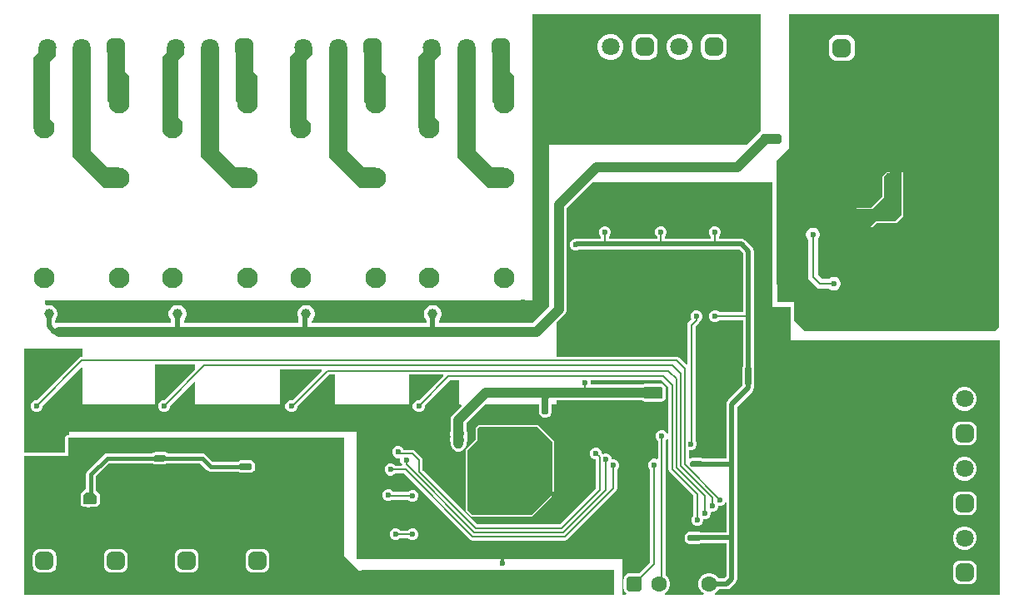
<source format=gbl>
G04*
G04 #@! TF.GenerationSoftware,Altium Limited,Altium Designer,21.2.1 (34)*
G04*
G04 Layer_Physical_Order=2*
G04 Layer_Color=16711680*
%FSLAX24Y24*%
%MOIN*%
G70*
G04*
G04 #@! TF.SameCoordinates,093661B1-31BE-42CD-8BD9-57EC7F8E6B73*
G04*
G04*
G04 #@! TF.FilePolarity,Positive*
G04*
G01*
G75*
%ADD12C,0.0079*%
%ADD90C,0.0118*%
%ADD91C,0.0394*%
%ADD92C,0.0157*%
%ADD93C,0.0197*%
%ADD94C,0.0709*%
G04:AMPARAMS|DCode=95|XSize=70.9mil|YSize=70.9mil|CornerRadius=17.7mil|HoleSize=0mil|Usage=FLASHONLY|Rotation=180.000|XOffset=0mil|YOffset=0mil|HoleType=Round|Shape=RoundedRectangle|*
%AMROUNDEDRECTD95*
21,1,0.0709,0.0354,0,0,180.0*
21,1,0.0354,0.0709,0,0,180.0*
1,1,0.0354,-0.0177,0.0177*
1,1,0.0354,0.0177,0.0177*
1,1,0.0354,0.0177,-0.0177*
1,1,0.0354,-0.0177,-0.0177*
%
%ADD95ROUNDEDRECTD95*%
%ADD96C,0.0827*%
G04:AMPARAMS|DCode=97|XSize=70.9mil|YSize=70.9mil|CornerRadius=17.7mil|HoleSize=0mil|Usage=FLASHONLY|Rotation=90.000|XOffset=0mil|YOffset=0mil|HoleType=Round|Shape=RoundedRectangle|*
%AMROUNDEDRECTD97*
21,1,0.0709,0.0354,0,0,90.0*
21,1,0.0354,0.0709,0,0,90.0*
1,1,0.0354,0.0177,0.0177*
1,1,0.0354,0.0177,-0.0177*
1,1,0.0354,-0.0177,-0.0177*
1,1,0.0354,-0.0177,0.0177*
%
%ADD97ROUNDEDRECTD97*%
%ADD98C,0.0630*%
G04:AMPARAMS|DCode=99|XSize=63mil|YSize=63mil|CornerRadius=15.7mil|HoleSize=0mil|Usage=FLASHONLY|Rotation=0.000|XOffset=0mil|YOffset=0mil|HoleType=Round|Shape=RoundedRectangle|*
%AMROUNDEDRECTD99*
21,1,0.0630,0.0315,0,0,0.0*
21,1,0.0315,0.0630,0,0,0.0*
1,1,0.0315,0.0157,-0.0157*
1,1,0.0315,-0.0157,-0.0157*
1,1,0.0315,-0.0157,0.0157*
1,1,0.0315,0.0157,0.0157*
%
%ADD99ROUNDEDRECTD99*%
%ADD100C,0.0236*%
%ADD101C,0.0394*%
G36*
X19591Y45772D02*
Y44732D01*
X19768Y44555D01*
Y43473D01*
X19760Y43465D01*
X18972D01*
X18882Y43555D01*
Y45787D01*
X19591Y45772D01*
D02*
G37*
G36*
X14461D02*
Y44732D01*
X14638Y44555D01*
Y43473D01*
X14630Y43465D01*
X13843D01*
X13752Y43555D01*
Y45787D01*
X14461Y45772D01*
D02*
G37*
G36*
X9331D02*
Y44732D01*
X9508Y44555D01*
Y43473D01*
X9500Y43465D01*
X8713D01*
X8622Y43555D01*
Y45787D01*
X9331Y45772D01*
D02*
G37*
G36*
X4201D02*
Y44732D01*
X4378Y44555D01*
Y43473D01*
X4371Y43465D01*
X3583D01*
X3492Y43555D01*
Y45787D01*
X4201Y45772D01*
D02*
G37*
G36*
X16823Y45736D02*
X16823Y45415D01*
X16804Y45396D01*
X16585Y45177D01*
Y42976D01*
X16584Y42900D01*
X16766Y42717D01*
Y42497D01*
X16761Y42492D01*
X15937D01*
Y45336D01*
X16118Y45517D01*
Y45736D01*
X16823Y45736D01*
D02*
G37*
G36*
X6567Y45418D02*
X6545Y45396D01*
X6326Y45177D01*
Y42976D01*
X6324Y42900D01*
X6506Y42717D01*
Y42497D01*
X6501Y42492D01*
X5680D01*
Y45339D01*
X5862Y45521D01*
Y45736D01*
X6567D01*
X6567Y45418D01*
D02*
G37*
G36*
X11697Y45736D02*
X11697Y45418D01*
X11675Y45396D01*
X11455Y45177D01*
Y42976D01*
X11452Y42839D01*
X11636Y42655D01*
X11636Y42497D01*
X11604Y42465D01*
X10807D01*
Y45336D01*
X10984Y45513D01*
Y45736D01*
X11697Y45736D01*
D02*
G37*
G36*
X1439Y45696D02*
Y45387D01*
X1408Y45357D01*
X1189Y45138D01*
Y42937D01*
X1187Y42860D01*
X1370Y42678D01*
Y42458D01*
X1365Y42453D01*
X543D01*
Y45299D01*
X732Y45488D01*
Y45697D01*
X1439D01*
X1439Y45696D01*
D02*
G37*
G36*
X30449Y42185D02*
Y41925D01*
X30366Y41843D01*
X29717D01*
X29630Y41929D01*
Y42165D01*
X29697Y42232D01*
X30402D01*
X30449Y42185D01*
D02*
G37*
G36*
X18213Y45726D02*
Y41594D01*
X18892Y40914D01*
X19343D01*
X19350Y40906D01*
Y40078D01*
X18740D01*
X17492Y41326D01*
Y45728D01*
X18215D01*
X18213Y45726D01*
D02*
G37*
G36*
X13083D02*
Y41594D01*
X13763Y40914D01*
X14213D01*
X14220Y40906D01*
Y40078D01*
X13610D01*
X12362Y41326D01*
Y45728D01*
X13085D01*
X13083Y45726D01*
D02*
G37*
G36*
X7953D02*
Y41594D01*
X8633Y40914D01*
X9083D01*
X9091Y40906D01*
Y40078D01*
X8480D01*
X7232Y41326D01*
Y45728D01*
X7955D01*
X7953Y45726D01*
D02*
G37*
G36*
X2823Y45722D02*
Y41591D01*
X3503Y40911D01*
X3953D01*
X3961Y40903D01*
Y40075D01*
X3350D01*
X2102Y41323D01*
Y45724D01*
X2825D01*
X2823Y45722D01*
D02*
G37*
G36*
X29630Y42377D02*
X29583Y42346D01*
X29516Y42279D01*
X29482Y42227D01*
X29477Y42203D01*
X29101Y41827D01*
X21150Y41827D01*
Y35337D01*
X20498Y34684D01*
X16766D01*
Y34792D01*
X16791Y34818D01*
X16838Y34899D01*
X16862Y34989D01*
Y35082D01*
X16838Y35172D01*
X16791Y35253D01*
X16725Y35319D01*
X16645Y35366D01*
X16555Y35390D01*
X16461D01*
X16371Y35366D01*
X16290Y35319D01*
X16224Y35253D01*
X16178Y35172D01*
X16154Y35082D01*
Y34989D01*
X16178Y34899D01*
X16224Y34818D01*
X16250Y34792D01*
Y34684D01*
X11660D01*
Y34750D01*
X11662Y34752D01*
X11728Y34818D01*
X11775Y34899D01*
X11799Y34989D01*
Y35082D01*
X11775Y35172D01*
X11728Y35253D01*
X11662Y35319D01*
X11582Y35366D01*
X11492Y35390D01*
X11398D01*
X11308Y35366D01*
X11227Y35319D01*
X11161Y35253D01*
X11115Y35172D01*
X11091Y35082D01*
Y34989D01*
X11115Y34899D01*
X11143Y34849D01*
Y34684D01*
X6553D01*
Y34792D01*
X6579Y34818D01*
X6625Y34899D01*
X6650Y34989D01*
Y35082D01*
X6625Y35172D01*
X6579Y35253D01*
X6513Y35319D01*
X6432Y35366D01*
X6342Y35390D01*
X6249D01*
X6159Y35366D01*
X6078Y35319D01*
X6012Y35253D01*
X5965Y35172D01*
X5941Y35082D01*
Y34989D01*
X5965Y34899D01*
X6012Y34818D01*
X6037Y34792D01*
Y34684D01*
X1559D01*
X1467Y34672D01*
X1445Y34663D01*
X1404Y34691D01*
Y34792D01*
X1429Y34818D01*
X1476Y34899D01*
X1500Y34989D01*
Y35082D01*
X1476Y35172D01*
X1429Y35253D01*
X1363Y35319D01*
X1282Y35366D01*
X1192Y35390D01*
X1099D01*
X1050Y35377D01*
X1000Y35415D01*
Y35594D01*
X20500D01*
Y47033D01*
X29630D01*
Y42377D01*
D02*
G37*
G36*
X39159Y34525D02*
X38988Y34354D01*
X31390D01*
X30976Y34768D01*
Y35512D01*
X30287D01*
Y36213D01*
X30276Y36224D01*
Y41181D01*
X30764Y41657D01*
Y47033D01*
X39159D01*
Y34525D01*
D02*
G37*
G36*
X29189Y32906D02*
X29220D01*
X29256Y32870D01*
Y32232D01*
X29232Y32209D01*
X29032D01*
X29008Y32232D01*
Y32866D01*
X29047Y32906D01*
X29133D01*
X29189Y32906D01*
D02*
G37*
G36*
X25709Y32051D02*
X25709Y31685D01*
X25665Y31642D01*
X25000D01*
X24921Y31720D01*
X24921Y31996D01*
Y32043D01*
X25000Y32122D01*
X25638D01*
X25709Y32051D01*
D02*
G37*
G36*
X21179Y31697D02*
X21180Y31696D01*
Y31696D01*
X21134Y31650D01*
Y31079D01*
X21063Y31008D01*
X20943D01*
X20870Y31081D01*
X20870Y31098D01*
X20870Y31649D01*
X20822Y31697D01*
X21164D01*
X21179Y31697D01*
D02*
G37*
G36*
X2496Y33326D02*
X2477D01*
X2416Y33314D01*
X2364Y33279D01*
X2364Y33279D01*
X659Y31574D01*
X603D01*
X516Y31538D01*
X449Y31472D01*
X413Y31385D01*
Y31291D01*
X449Y31204D01*
X516Y31138D01*
X603Y31102D01*
X697D01*
X783Y31138D01*
X850Y31204D01*
X886Y31291D01*
Y31347D01*
X2450Y32911D01*
X2496Y32892D01*
Y31402D01*
X5398D01*
Y33005D01*
X7000D01*
Y32818D01*
X5757Y31575D01*
X5701D01*
X5614Y31539D01*
X5548Y31472D01*
X5512Y31386D01*
Y31292D01*
X5548Y31205D01*
X5614Y31138D01*
X5701Y31102D01*
X5795D01*
X5882Y31138D01*
X5948Y31205D01*
X5984Y31292D01*
Y31348D01*
X6954Y32317D01*
X7000Y32298D01*
Y31402D01*
X10400D01*
Y32804D01*
X12059D01*
X12078Y32758D01*
X10894Y31574D01*
X10894Y31574D01*
X10800D01*
X10713Y31538D01*
X10647Y31472D01*
X10611Y31385D01*
Y31291D01*
X10647Y31204D01*
X10713Y31138D01*
X10800Y31102D01*
X10894D01*
X10981Y31138D01*
X11047Y31204D01*
X11083Y31291D01*
Y31309D01*
X12374Y32599D01*
X12610D01*
X12610Y31402D01*
X15550D01*
X15550Y32599D01*
X16918D01*
X16937Y32553D01*
X15956Y31572D01*
X15900D01*
X15813Y31536D01*
X15746Y31469D01*
X15710Y31382D01*
Y31288D01*
X15746Y31202D01*
X15813Y31135D01*
X15900Y31099D01*
X15994D01*
X16081Y31135D01*
X16147Y31202D01*
X16183Y31288D01*
Y31345D01*
X17209Y32371D01*
X17563D01*
Y31402D01*
X17639D01*
X17658Y31355D01*
X17319Y31016D01*
X17268Y30950D01*
X17236Y30874D01*
X17226Y30791D01*
Y30353D01*
X17197Y30283D01*
Y30189D01*
X17226Y30120D01*
Y30120D01*
X17193Y30041D01*
Y29947D01*
X17226Y29869D01*
Y29856D01*
X17226Y29853D01*
Y29815D01*
X17235Y29769D01*
X17265Y29698D01*
X17291Y29659D01*
X17345Y29605D01*
X17384Y29578D01*
X17399Y29572D01*
X17410Y29561D01*
X17497Y29525D01*
X17591D01*
X17678Y29561D01*
X17694Y29577D01*
X17702Y29581D01*
X17715Y29590D01*
X17738Y29606D01*
X17748Y29616D01*
X17768Y29631D01*
X17783Y29651D01*
X17795Y29662D01*
X17813Y29689D01*
X17818Y29697D01*
X17820Y29700D01*
X17821Y29701D01*
X17851Y29775D01*
X17861Y29821D01*
Y29846D01*
X17875Y29860D01*
X17911Y29947D01*
Y30041D01*
X17879Y30117D01*
X17909Y30189D01*
Y30283D01*
X17873Y30370D01*
X17861Y30383D01*
Y30660D01*
X18603Y31402D01*
X20750Y31402D01*
X20750Y31098D01*
X20750Y31081D01*
X20750Y31081D01*
X20750Y31081D01*
X20754Y31059D01*
X20759Y31035D01*
X20759Y31035D01*
X20759Y31035D01*
X20772Y31015D01*
X20785Y30996D01*
X20785Y30996D01*
X20785Y30996D01*
X20858Y30923D01*
X20858Y30923D01*
X20897Y30897D01*
X20943Y30887D01*
X20943Y30887D01*
X21063D01*
X21063Y30887D01*
X21109Y30897D01*
X21148Y30923D01*
X21148Y30923D01*
X21219Y30994D01*
X21245Y31033D01*
X21254Y31079D01*
X21254Y31079D01*
Y31402D01*
X21476D01*
Y31572D01*
X24899D01*
X24915Y31557D01*
X24915Y31557D01*
X24954Y31530D01*
X25000Y31521D01*
X25000Y31521D01*
X25665D01*
X25665Y31521D01*
X25711Y31530D01*
X25751Y31557D01*
X25751Y31557D01*
X25794Y31600D01*
X25820Y31639D01*
X25829Y31685D01*
X25829Y31685D01*
X25829Y32051D01*
X25829Y32051D01*
X25820Y32097D01*
X25796Y32132D01*
X25792Y32144D01*
X25725Y32211D01*
X25706Y32219D01*
X25684Y32233D01*
X25658Y32238D01*
X25638Y32247D01*
X25544D01*
X25534Y32242D01*
X25385D01*
X25375Y32247D01*
X25281D01*
X25271Y32242D01*
X25121D01*
X25111Y32247D01*
X25017D01*
X25007Y32242D01*
X25000D01*
X25000Y32242D01*
X24954Y32233D01*
X24915Y32207D01*
X22834D01*
X22815Y32236D01*
Y32330D01*
X22842Y32371D01*
X25670D01*
X25938Y32103D01*
Y30240D01*
X25888Y30231D01*
X25873Y30266D01*
X25807Y30332D01*
X25720Y30368D01*
X25626D01*
X25539Y30332D01*
X25473Y30266D01*
X25437Y30179D01*
Y30085D01*
X25473Y29998D01*
X25512Y29958D01*
Y29233D01*
X25462Y29203D01*
X25401Y29229D01*
X25307D01*
X25220Y29193D01*
X25154Y29126D01*
X25118Y29040D01*
Y28946D01*
X25154Y28859D01*
X25193Y28819D01*
Y25062D01*
X24777Y24646D01*
X24732Y24652D01*
X24417D01*
X24345Y24643D01*
X24278Y24615D01*
X24221Y24571D01*
X24177Y24513D01*
X24149Y24446D01*
X24139Y24374D01*
Y24059D01*
X24149Y23987D01*
X24177Y23920D01*
X24221Y23863D01*
X24246Y23843D01*
X24229Y23793D01*
X24079D01*
Y25213D01*
X13461D01*
Y30307D01*
X1949D01*
Y30195D01*
X1921D01*
X1875Y30186D01*
X1836Y30160D01*
X1810Y30121D01*
X1801Y30075D01*
Y29475D01*
X171D01*
Y33650D01*
X2496D01*
Y33326D01*
D02*
G37*
G36*
X17740Y30240D02*
Y29861D01*
Y29821D01*
X17710Y29748D01*
X17653Y29691D01*
X17579Y29660D01*
X17501D01*
X17430Y29690D01*
X17376Y29744D01*
X17346Y29815D01*
Y29853D01*
Y30264D01*
X17717D01*
X17740Y30240D01*
D02*
G37*
G36*
X28382Y28898D02*
X28331Y28949D01*
Y29091D01*
X28382Y29142D01*
Y28898D01*
D02*
G37*
G36*
X27315Y29071D02*
Y28957D01*
X27256Y28898D01*
X26854D01*
X26803Y28949D01*
Y29081D01*
X26866Y29144D01*
X27242D01*
X27315Y29071D01*
D02*
G37*
G36*
X25938Y30023D02*
Y28818D01*
X25938Y28818D01*
X25950Y28756D01*
X25985Y28704D01*
X26930Y27759D01*
Y26958D01*
X26891Y26919D01*
X26855Y26832D01*
Y26738D01*
X26891Y26651D01*
X26957Y26585D01*
X27044Y26549D01*
X27138D01*
X27225Y26585D01*
X27291Y26651D01*
X27327Y26738D01*
Y26801D01*
X27348Y26815D01*
X27442D01*
X27529Y26851D01*
X27595Y26917D01*
X27631Y27004D01*
Y27054D01*
X27646Y27099D01*
X27678Y27100D01*
X27740D01*
X27827Y27136D01*
X27893Y27203D01*
X27929Y27289D01*
Y27342D01*
X27947Y27354D01*
X28041D01*
X28128Y27390D01*
X28195Y27456D01*
X28202Y27473D01*
X28252Y27463D01*
Y26283D01*
X27211D01*
X27180Y26304D01*
X27134Y26313D01*
X27134Y26313D01*
X26764D01*
X26764Y26313D01*
X26718Y26304D01*
X26679Y26278D01*
X26679Y26278D01*
X26624Y26223D01*
X26597Y26184D01*
X26588Y26138D01*
X26588Y26138D01*
Y26004D01*
X26597Y25958D01*
X26624Y25919D01*
X26686Y25856D01*
X26726Y25830D01*
X26772Y25821D01*
X26772Y25821D01*
X27150D01*
X27150Y25821D01*
X27196Y25830D01*
X27214Y25842D01*
X28252D01*
Y24517D01*
X28172Y24437D01*
X27947D01*
X27921Y24482D01*
X27841Y24563D01*
X27742Y24620D01*
X27632Y24650D01*
X27518D01*
X27408Y24620D01*
X27309Y24563D01*
X27228Y24482D01*
X27171Y24384D01*
X27142Y24274D01*
Y24160D01*
X27171Y24049D01*
X27228Y23951D01*
X27309Y23870D01*
X27355Y23843D01*
X27341Y23793D01*
X25808D01*
X25795Y23843D01*
X25841Y23870D01*
X25921Y23951D01*
X25978Y24049D01*
X26008Y24160D01*
Y24274D01*
X25978Y24384D01*
X25921Y24482D01*
X25841Y24563D01*
X25834Y24567D01*
Y29958D01*
X25873Y29998D01*
X25888Y30033D01*
X25938Y30023D01*
D02*
G37*
G36*
X27189Y26138D02*
Y25980D01*
X27150Y25941D01*
X26772D01*
X26709Y26004D01*
Y26138D01*
X26764Y26193D01*
X27134D01*
X27189Y26138D01*
D02*
G37*
G36*
X30098Y35315D02*
X30807D01*
X30816Y35306D01*
Y34768D01*
X30816Y34768D01*
X30823Y34732D01*
Y33965D01*
X39199D01*
Y23793D01*
X27808D01*
X27795Y23843D01*
X27841Y23870D01*
X27921Y23951D01*
X27947Y23996D01*
X28264D01*
X28348Y24013D01*
X28420Y24060D01*
X28629Y24269D01*
X28676Y24341D01*
X28693Y24425D01*
Y26051D01*
Y28988D01*
Y31322D01*
X29290Y31919D01*
X29338Y31990D01*
X29355Y32075D01*
Y32167D01*
X29367Y32186D01*
X29376Y32232D01*
X29376Y32232D01*
Y32870D01*
X29367Y32916D01*
X29355Y32935D01*
Y34941D01*
Y37555D01*
X29338Y37640D01*
X29290Y37711D01*
X29010Y37991D01*
X28939Y38039D01*
X28854Y38055D01*
X27948D01*
Y38138D01*
X27988Y38177D01*
X28024Y38264D01*
Y38358D01*
X27988Y38445D01*
X27921Y38511D01*
X27834Y38547D01*
X27740D01*
X27654Y38511D01*
X27587Y38445D01*
X27551Y38358D01*
Y38264D01*
X27587Y38177D01*
X27627Y38138D01*
Y38055D01*
X25802D01*
Y38138D01*
X25842Y38177D01*
X25878Y38264D01*
Y38358D01*
X25842Y38445D01*
X25776Y38511D01*
X25689Y38547D01*
X25595D01*
X25508Y38511D01*
X25441Y38445D01*
X25406Y38358D01*
Y38264D01*
X25441Y38177D01*
X25481Y38138D01*
Y38055D01*
X23554D01*
Y38138D01*
X23594Y38177D01*
X23630Y38264D01*
Y38358D01*
X23594Y38445D01*
X23528Y38511D01*
X23441Y38547D01*
X23347D01*
X23260Y38511D01*
X23193Y38445D01*
X23157Y38358D01*
Y38264D01*
X23193Y38177D01*
X23233Y38138D01*
Y38055D01*
X22252D01*
X22231Y38051D01*
X22185D01*
X22098Y38015D01*
X22032Y37949D01*
X21996Y37862D01*
Y37768D01*
X22032Y37681D01*
X22098Y37615D01*
X22185Y37579D01*
X22279D01*
X22364Y37614D01*
X28763D01*
X28913Y37464D01*
Y35113D01*
X27985D01*
X27945Y35153D01*
X27858Y35189D01*
X27764D01*
X27677Y35153D01*
X27611Y35087D01*
X27575Y35000D01*
Y34906D01*
X27611Y34819D01*
X27677Y34752D01*
X27764Y34717D01*
X27858D01*
X27945Y34752D01*
X27985Y34792D01*
X28913D01*
Y32937D01*
X28897Y32912D01*
X28887Y32866D01*
X28887Y32866D01*
Y32232D01*
X28887Y32232D01*
X28897Y32186D01*
X28911Y32164D01*
X28316Y31569D01*
X28268Y31498D01*
X28252Y31413D01*
Y29240D01*
X27311D01*
X27288Y29255D01*
X27242Y29265D01*
X27242Y29265D01*
X26866D01*
X26866Y29265D01*
X26820Y29255D01*
X26797Y29240D01*
X26748Y29262D01*
X26747Y29262D01*
Y29571D01*
X26776Y29591D01*
X26870D01*
X26957Y29627D01*
X27023Y29693D01*
X27059Y29780D01*
Y29874D01*
X27023Y29961D01*
X27015Y29969D01*
Y34524D01*
X27169Y34678D01*
X27169Y34678D01*
X27203Y34730D01*
X27208Y34752D01*
X27255Y34799D01*
X27291Y34886D01*
Y34980D01*
X27255Y35067D01*
X27189Y35133D01*
X27102Y35169D01*
X27008D01*
X26921Y35133D01*
X26855Y35067D01*
X26819Y34980D01*
Y34886D01*
X26849Y34813D01*
X26741Y34704D01*
X26706Y34652D01*
X26694Y34591D01*
X26694Y34591D01*
Y33028D01*
X26648Y33009D01*
X26378Y33279D01*
X26326Y33314D01*
X26264Y33326D01*
X26264Y33326D01*
X21476D01*
Y34708D01*
X21772Y35004D01*
X21822Y35070D01*
X21854Y35146D01*
X21865Y35228D01*
Y39278D01*
X22898Y40311D01*
X30098D01*
Y35315D01*
D02*
G37*
G36*
X12961Y25346D02*
X13547Y24760D01*
X13724Y24768D01*
X23772D01*
Y23793D01*
X171D01*
Y29354D01*
X1921D01*
Y30075D01*
X12961D01*
Y25346D01*
D02*
G37*
%LPC*%
G36*
X26445Y46248D02*
X26311D01*
X26180Y46213D01*
X26064Y46146D01*
X25968Y46050D01*
X25901Y45934D01*
X25866Y45804D01*
Y45669D01*
X25901Y45539D01*
X25968Y45422D01*
X26064Y45327D01*
X26180Y45259D01*
X26311Y45224D01*
X26445D01*
X26576Y45259D01*
X26692Y45327D01*
X26788Y45422D01*
X26855Y45539D01*
X26890Y45669D01*
Y45804D01*
X26855Y45934D01*
X26788Y46050D01*
X26692Y46146D01*
X26576Y46213D01*
X26445Y46248D01*
D02*
G37*
G36*
X23682D02*
X23547D01*
X23417Y46213D01*
X23300Y46146D01*
X23205Y46050D01*
X23137Y45934D01*
X23102Y45804D01*
Y45669D01*
X23137Y45539D01*
X23205Y45422D01*
X23300Y45327D01*
X23417Y45259D01*
X23547Y45224D01*
X23682D01*
X23812Y45259D01*
X23928Y45327D01*
X24024Y45422D01*
X24091Y45539D01*
X24126Y45669D01*
Y45804D01*
X24091Y45934D01*
X24024Y46050D01*
X23928Y46146D01*
X23812Y46213D01*
X23682Y46248D01*
D02*
G37*
G36*
X27933Y46251D02*
X27579D01*
X27491Y46239D01*
X27410Y46206D01*
X27340Y46152D01*
X27286Y46082D01*
X27253Y46001D01*
X27241Y45913D01*
Y45559D01*
X27253Y45472D01*
X27286Y45390D01*
X27340Y45320D01*
X27410Y45267D01*
X27491Y45233D01*
X27579Y45222D01*
X27933D01*
X28020Y45233D01*
X28102Y45267D01*
X28172Y45320D01*
X28225Y45390D01*
X28259Y45472D01*
X28271Y45559D01*
Y45913D01*
X28259Y46001D01*
X28225Y46082D01*
X28172Y46152D01*
X28102Y46206D01*
X28020Y46239D01*
X27933Y46251D01*
D02*
G37*
G36*
X25169D02*
X24815D01*
X24728Y46239D01*
X24646Y46206D01*
X24576Y46152D01*
X24523Y46082D01*
X24489Y46001D01*
X24477Y45913D01*
Y45559D01*
X24489Y45472D01*
X24523Y45390D01*
X24576Y45320D01*
X24646Y45267D01*
X24728Y45233D01*
X24815Y45222D01*
X25169D01*
X25257Y45233D01*
X25338Y45267D01*
X25408Y45320D01*
X25462Y45390D01*
X25495Y45472D01*
X25507Y45559D01*
Y45913D01*
X25495Y46001D01*
X25462Y46082D01*
X25408Y46152D01*
X25338Y46206D01*
X25257Y46239D01*
X25169Y46251D01*
D02*
G37*
G36*
X33055Y46208D02*
X32701D01*
X32613Y46196D01*
X32532Y46162D01*
X32462Y46109D01*
X32408Y46039D01*
X32375Y45957D01*
X32363Y45870D01*
Y45516D01*
X32375Y45428D01*
X32408Y45347D01*
X32462Y45277D01*
X32532Y45223D01*
X32613Y45190D01*
X32701Y45178D01*
X33055D01*
X33142Y45190D01*
X33224Y45223D01*
X33294Y45277D01*
X33347Y45347D01*
X33381Y45428D01*
X33393Y45516D01*
Y45870D01*
X33381Y45957D01*
X33347Y46039D01*
X33294Y46109D01*
X33224Y46162D01*
X33142Y46196D01*
X33055Y46208D01*
D02*
G37*
G36*
X34775Y40705D02*
X34657Y40705D01*
X34657D01*
X34646Y40705D01*
X34500Y40559D01*
Y39736D01*
X34051Y39287D01*
X33453D01*
Y39232D01*
X34083D01*
X34559Y39709D01*
X34559Y40545D01*
X34669Y40655D01*
X34677Y40663D01*
X34755Y40663D01*
X34755Y40663D01*
X34799Y40705D01*
X34775Y40705D01*
D02*
G37*
G36*
X35335Y40701D02*
X35259Y40701D01*
X35260Y40699D01*
Y38985D01*
X35008Y38732D01*
X34228D01*
X34024Y38528D01*
X34126D01*
X34268Y38669D01*
X35063D01*
X35335Y38941D01*
Y40701D01*
D02*
G37*
G36*
X31753Y38484D02*
X31680D01*
X31610Y38465D01*
X31547Y38429D01*
X31496Y38378D01*
X31460Y38315D01*
X31441Y38245D01*
Y38172D01*
X31460Y38102D01*
X31496Y38039D01*
X31516Y38020D01*
Y36520D01*
X31531Y36443D01*
X31575Y36378D01*
X31852Y36100D01*
X31917Y36057D01*
X31994Y36041D01*
X32364D01*
X32384Y36022D01*
X32447Y35985D01*
X32517Y35967D01*
X32589D01*
X32660Y35985D01*
X32722Y36022D01*
X32774Y36073D01*
X32810Y36136D01*
X32829Y36206D01*
Y36278D01*
X32810Y36349D01*
X32774Y36411D01*
X32722Y36463D01*
X32660Y36499D01*
X32589Y36518D01*
X32517D01*
X32447Y36499D01*
X32384Y36463D01*
X32364Y36443D01*
X32077D01*
X31917Y36603D01*
Y38020D01*
X31937Y38039D01*
X31973Y38102D01*
X31992Y38172D01*
Y38245D01*
X31973Y38315D01*
X31937Y38378D01*
X31886Y38429D01*
X31823Y38465D01*
X31753Y38484D01*
D02*
G37*
G36*
X15162Y29733D02*
X15068D01*
X14981Y29697D01*
X14915Y29630D01*
X14879Y29544D01*
Y29450D01*
X14915Y29363D01*
X14981Y29296D01*
X15068Y29260D01*
X15162D01*
X15174Y29265D01*
X15208Y29232D01*
X15211Y29222D01*
Y29128D01*
X15247Y29041D01*
X15280Y29008D01*
X15275Y28983D01*
X15255Y28958D01*
X14994D01*
X14954Y28998D01*
X14867Y29034D01*
X14773D01*
X14687Y28998D01*
X14620Y28931D01*
X14584Y28845D01*
Y28751D01*
X14620Y28664D01*
X14687Y28597D01*
X14773Y28561D01*
X14867D01*
X14954Y28597D01*
X14994Y28637D01*
X15358D01*
X17986Y26009D01*
X17986Y26009D01*
X18039Y25974D01*
X18100Y25961D01*
X21800D01*
X21800Y25961D01*
X21861Y25974D01*
X21914Y26009D01*
X23837Y27932D01*
X23872Y27984D01*
X23884Y28046D01*
X23884Y28046D01*
Y28800D01*
X23924Y28840D01*
X23960Y28926D01*
Y29020D01*
X23924Y29107D01*
X23858Y29174D01*
X23771Y29210D01*
X23677D01*
X23662Y29219D01*
Y29262D01*
X23626Y29349D01*
X23560Y29416D01*
X23473Y29452D01*
X23379D01*
X23315Y29425D01*
X23273Y29458D01*
Y29499D01*
X23237Y29585D01*
X23170Y29652D01*
X23083Y29688D01*
X22989D01*
X22903Y29652D01*
X22836Y29585D01*
X22800Y29499D01*
Y29405D01*
X22836Y29318D01*
X22903Y29251D01*
X22989Y29215D01*
X23029D01*
Y29117D01*
X23029Y29117D01*
X23039Y29066D01*
Y28034D01*
X21603Y26598D01*
X18297D01*
X16111Y28784D01*
Y29172D01*
X16098Y29233D01*
X16064Y29286D01*
X16064Y29286D01*
X15806Y29543D01*
X15754Y29577D01*
X15693Y29590D01*
X15693Y29590D01*
X15332D01*
X15315Y29630D01*
X15249Y29697D01*
X15162Y29733D01*
D02*
G37*
G36*
X20702Y30571D02*
X18365D01*
X18324Y30571D01*
X18317Y30564D01*
X18231Y30478D01*
X18231Y30009D01*
X17835Y29613D01*
Y27137D01*
X18050Y26922D01*
X20485Y26922D01*
X21267Y27705D01*
X21267Y27789D01*
X20463Y26985D01*
X18087D01*
X17900Y27172D01*
Y29572D01*
X18300Y29972D01*
X18300Y30455D01*
X18366Y30521D01*
X18367Y30522D01*
X20700Y30522D01*
X20701Y30521D01*
X21300Y29922D01*
Y27922D01*
X21307Y27915D01*
X21365D01*
Y27988D01*
X21365Y27988D01*
Y29934D01*
X20746Y30553D01*
X20728Y30571D01*
X20702Y30571D01*
D02*
G37*
G36*
X14785Y28016D02*
X14691D01*
X14604Y27980D01*
X14538Y27914D01*
X14502Y27827D01*
Y27733D01*
X14538Y27646D01*
X14604Y27580D01*
X14691Y27544D01*
X14785D01*
X14872Y27580D01*
X14887Y27595D01*
X15527D01*
X15567Y27556D01*
X15654Y27520D01*
X15748D01*
X15835Y27556D01*
X15901Y27622D01*
X15937Y27709D01*
Y27803D01*
X15901Y27890D01*
X15835Y27956D01*
X15748Y27992D01*
X15654D01*
X15567Y27956D01*
X15527Y27916D01*
X14936D01*
X14872Y27980D01*
X14785Y28016D01*
D02*
G37*
G36*
X15069Y26458D02*
X14975D01*
X14888Y26422D01*
X14821Y26356D01*
X14785Y26269D01*
Y26175D01*
X14821Y26088D01*
X14888Y26022D01*
X14975Y25986D01*
X15069D01*
X15155Y26022D01*
X15174Y26040D01*
X15527D01*
X15567Y26001D01*
X15654Y25965D01*
X15748D01*
X15835Y26001D01*
X15901Y26067D01*
X15937Y26154D01*
Y26248D01*
X15901Y26335D01*
X15835Y26401D01*
X15748Y26437D01*
X15654D01*
X15567Y26401D01*
X15527Y26361D01*
X15216D01*
X15155Y26422D01*
X15069Y26458D01*
D02*
G37*
G36*
X37846Y32102D02*
X37721D01*
X37601Y32070D01*
X37493Y32008D01*
X37405Y31920D01*
X37343Y31812D01*
X37311Y31692D01*
Y31568D01*
X37343Y31448D01*
X37405Y31340D01*
X37493Y31252D01*
X37601Y31190D01*
X37721Y31157D01*
X37846D01*
X37966Y31190D01*
X38074Y31252D01*
X38162Y31340D01*
X38224Y31448D01*
X38256Y31568D01*
Y31692D01*
X38224Y31812D01*
X38162Y31920D01*
X38074Y32008D01*
X37966Y32070D01*
X37846Y32102D01*
D02*
G37*
G36*
X37961Y30727D02*
X37606D01*
X37529Y30717D01*
X37457Y30687D01*
X37396Y30640D01*
X37348Y30578D01*
X37319Y30506D01*
X37308Y30429D01*
Y30075D01*
X37319Y29998D01*
X37348Y29926D01*
X37396Y29864D01*
X37457Y29817D01*
X37529Y29787D01*
X37606Y29777D01*
X37961D01*
X38038Y29787D01*
X38110Y29817D01*
X38171Y29864D01*
X38219Y29926D01*
X38248Y29998D01*
X38258Y30075D01*
Y30429D01*
X38248Y30506D01*
X38219Y30578D01*
X38171Y30640D01*
X38110Y30687D01*
X38038Y30717D01*
X37961Y30727D01*
D02*
G37*
G36*
X37850Y29303D02*
X37725D01*
X37605Y29271D01*
X37497Y29209D01*
X37409Y29121D01*
X37347Y29013D01*
X37315Y28893D01*
Y28769D01*
X37347Y28648D01*
X37409Y28541D01*
X37497Y28453D01*
X37605Y28390D01*
X37725Y28358D01*
X37850D01*
X37970Y28390D01*
X38077Y28453D01*
X38165Y28541D01*
X38228Y28648D01*
X38260Y28769D01*
Y28893D01*
X38228Y29013D01*
X38165Y29121D01*
X38077Y29209D01*
X37970Y29271D01*
X37850Y29303D01*
D02*
G37*
G36*
X37965Y27928D02*
X37610D01*
X37533Y27918D01*
X37461Y27888D01*
X37400Y27841D01*
X37352Y27779D01*
X37323Y27707D01*
X37312Y27630D01*
Y27276D01*
X37323Y27199D01*
X37352Y27127D01*
X37400Y27065D01*
X37461Y27018D01*
X37533Y26988D01*
X37610Y26978D01*
X37965D01*
X38042Y26988D01*
X38113Y27018D01*
X38175Y27065D01*
X38222Y27127D01*
X38252Y27199D01*
X38262Y27276D01*
Y27630D01*
X38252Y27707D01*
X38222Y27779D01*
X38175Y27841D01*
X38113Y27888D01*
X38042Y27918D01*
X37965Y27928D01*
D02*
G37*
G36*
X37850Y26528D02*
X37725D01*
X37605Y26495D01*
X37497Y26433D01*
X37409Y26345D01*
X37347Y26237D01*
X37315Y26117D01*
Y25993D01*
X37347Y25873D01*
X37409Y25765D01*
X37497Y25677D01*
X37605Y25615D01*
X37725Y25583D01*
X37850D01*
X37970Y25615D01*
X38077Y25677D01*
X38165Y25765D01*
X38228Y25873D01*
X38260Y25993D01*
Y26117D01*
X38228Y26237D01*
X38165Y26345D01*
X38077Y26433D01*
X37970Y26495D01*
X37850Y26528D01*
D02*
G37*
G36*
X37965Y25152D02*
X37610D01*
X37533Y25142D01*
X37461Y25112D01*
X37400Y25065D01*
X37352Y25003D01*
X37323Y24931D01*
X37312Y24854D01*
Y24500D01*
X37323Y24423D01*
X37352Y24351D01*
X37400Y24289D01*
X37461Y24242D01*
X37533Y24212D01*
X37610Y24202D01*
X37965D01*
X38042Y24212D01*
X38113Y24242D01*
X38175Y24289D01*
X38222Y24351D01*
X38252Y24423D01*
X38262Y24500D01*
Y24854D01*
X38252Y24931D01*
X38222Y25003D01*
X38175Y25065D01*
X38113Y25112D01*
X38042Y25142D01*
X37965Y25152D01*
D02*
G37*
G36*
X5803Y29502D02*
X5803Y29502D01*
X5394D01*
X5394Y29502D01*
X5348Y29493D01*
X5309Y29467D01*
X5309Y29467D01*
X5294Y29453D01*
X3480D01*
X3404Y29437D01*
X3338Y29394D01*
X2701Y28756D01*
X2657Y28691D01*
X2642Y28614D01*
Y28058D01*
X2638Y28010D01*
X2592Y28001D01*
X2553Y27975D01*
X2455Y27877D01*
X2454Y27877D01*
X2454Y27876D01*
X2441Y27857D01*
X2429Y27838D01*
X2428Y27837D01*
X2428Y27837D01*
X2424Y27815D01*
X2419Y27792D01*
X2419Y27791D01*
X2419Y27791D01*
X2421Y27438D01*
X2426Y27415D01*
X2430Y27392D01*
X2431Y27392D01*
X2431Y27392D01*
X2444Y27373D01*
X2457Y27353D01*
X2478Y27332D01*
X2517Y27306D01*
X2563Y27297D01*
X2563Y27297D01*
X2664D01*
X2677Y27291D01*
X2771D01*
X2785Y27297D01*
X3000D01*
X3046Y27306D01*
X3085Y27332D01*
X3085Y27332D01*
X3160Y27407D01*
X3186Y27446D01*
X3195Y27492D01*
X3195Y27492D01*
Y27744D01*
X3186Y27790D01*
X3160Y27829D01*
X3160Y27829D01*
X3043Y27946D01*
Y28531D01*
X3563Y29051D01*
X5294D01*
X5312Y29033D01*
X5352Y29007D01*
X5398Y28998D01*
X5398Y28998D01*
X5744D01*
X5744Y28998D01*
X5790Y29007D01*
X5829Y29033D01*
X5829Y29033D01*
X5848Y29051D01*
X7204D01*
X7477Y28778D01*
X7542Y28735D01*
X7619Y28720D01*
X8744D01*
X8757Y28706D01*
X8796Y28680D01*
X8843Y28671D01*
X8843Y28671D01*
X9224D01*
X9224Y28671D01*
X9270Y28680D01*
X9310Y28706D01*
X9310Y28706D01*
X9357Y28753D01*
X9383Y28793D01*
X9392Y28839D01*
X9392Y28839D01*
Y29000D01*
X9383Y29046D01*
X9357Y29085D01*
X9305Y29137D01*
X9266Y29163D01*
X9220Y29172D01*
X9220Y29172D01*
X8840D01*
X8839Y29172D01*
X8839Y29172D01*
X8831D01*
X8831Y29172D01*
X8785Y29163D01*
X8746Y29137D01*
X8746Y29137D01*
X8730Y29121D01*
X7702D01*
X7429Y29394D01*
X7364Y29437D01*
X7287Y29453D01*
X5903D01*
X5888Y29467D01*
X5849Y29493D01*
X5803Y29502D01*
D02*
G37*
G36*
X9674Y25617D02*
X9319D01*
X9242Y25607D01*
X9170Y25577D01*
X9109Y25529D01*
X9061Y25468D01*
X9032Y25396D01*
X9022Y25319D01*
Y24965D01*
X9032Y24887D01*
X9061Y24816D01*
X9109Y24754D01*
X9170Y24707D01*
X9242Y24677D01*
X9319Y24667D01*
X9674D01*
X9751Y24677D01*
X9823Y24707D01*
X9884Y24754D01*
X9932Y24816D01*
X9961Y24887D01*
X9972Y24965D01*
Y25319D01*
X9961Y25396D01*
X9932Y25468D01*
X9884Y25529D01*
X9823Y25577D01*
X9751Y25607D01*
X9674Y25617D01*
D02*
G37*
G36*
X6839D02*
X6485D01*
X6408Y25607D01*
X6336Y25577D01*
X6274Y25529D01*
X6227Y25468D01*
X6197Y25396D01*
X6187Y25319D01*
Y24965D01*
X6197Y24887D01*
X6227Y24816D01*
X6274Y24754D01*
X6336Y24707D01*
X6408Y24677D01*
X6485Y24667D01*
X6839D01*
X6916Y24677D01*
X6988Y24707D01*
X7050Y24754D01*
X7097Y24816D01*
X7127Y24887D01*
X7137Y24965D01*
Y25319D01*
X7127Y25396D01*
X7097Y25468D01*
X7050Y25529D01*
X6988Y25577D01*
X6916Y25607D01*
X6839Y25617D01*
D02*
G37*
G36*
X4000D02*
X3646D01*
X3569Y25607D01*
X3497Y25577D01*
X3436Y25529D01*
X3388Y25468D01*
X3358Y25396D01*
X3348Y25319D01*
Y24965D01*
X3358Y24887D01*
X3388Y24816D01*
X3436Y24754D01*
X3497Y24707D01*
X3569Y24677D01*
X3646Y24667D01*
X4000D01*
X4078Y24677D01*
X4149Y24707D01*
X4211Y24754D01*
X4258Y24816D01*
X4288Y24887D01*
X4298Y24965D01*
Y25319D01*
X4288Y25396D01*
X4258Y25468D01*
X4211Y25529D01*
X4149Y25577D01*
X4078Y25607D01*
X4000Y25617D01*
D02*
G37*
G36*
X1154D02*
X800D01*
X723Y25607D01*
X651Y25577D01*
X589Y25529D01*
X542Y25468D01*
X512Y25396D01*
X502Y25319D01*
Y24965D01*
X512Y24887D01*
X542Y24816D01*
X589Y24754D01*
X651Y24707D01*
X723Y24677D01*
X800Y24667D01*
X1154D01*
X1231Y24677D01*
X1303Y24707D01*
X1365Y24754D01*
X1412Y24816D01*
X1442Y24887D01*
X1452Y24965D01*
Y25319D01*
X1442Y25396D01*
X1412Y25468D01*
X1365Y25529D01*
X1303Y25577D01*
X1231Y25607D01*
X1154Y25617D01*
D02*
G37*
%LPD*%
G36*
X5839Y29346D02*
Y29213D01*
X5744Y29118D01*
X5398D01*
X5329Y29187D01*
Y29317D01*
X5394Y29382D01*
X5803D01*
X5839Y29346D01*
D02*
G37*
G36*
X8840Y29052D02*
X9220D01*
X9272Y29000D01*
Y28839D01*
X9224Y28791D01*
X8843D01*
X8776Y28858D01*
Y28996D01*
X8831Y29052D01*
X8839D01*
X8840Y29052D01*
D02*
G37*
G36*
X3075Y27744D02*
Y27492D01*
X3000Y27417D01*
X2563D01*
X2542Y27439D01*
X2540Y27792D01*
X2638Y27890D01*
X2929D01*
X3075Y27744D01*
D02*
G37*
D12*
X21670Y26437D02*
X23200Y27967D01*
X18230Y26437D02*
X21670D01*
X15950Y28717D02*
X18230Y26437D01*
X15950Y28717D02*
Y29172D01*
X15693Y29429D02*
X15950Y29172D01*
X15223Y29429D02*
X15693D01*
X15447Y28998D02*
X18165Y26280D01*
X15447Y28998D02*
Y29175D01*
X18165Y26280D02*
X21735D01*
X23426Y27971D01*
X21800Y26122D02*
X23724Y28046D01*
X18100Y26122D02*
X21800D01*
X15424Y28798D02*
X18100Y26122D01*
X14820Y28798D02*
X15424D01*
X15135Y29517D02*
X15223Y29429D01*
X23200Y27967D02*
Y29107D01*
X23036Y29452D02*
X23190Y29298D01*
Y29117D02*
X23200Y29107D01*
X23190Y29117D02*
Y29298D01*
X23426Y27971D02*
Y29215D01*
X23724Y28046D02*
Y28973D01*
X25673Y24315D02*
Y30132D01*
X25575Y24217D02*
X25673Y24315D01*
X25354Y24996D02*
Y28993D01*
X24575Y24217D02*
X25354Y24996D01*
X29122Y34953D02*
X29134Y34941D01*
X27811Y34953D02*
X29122D01*
X27787Y37846D02*
X27799Y37835D01*
X27787Y37846D02*
Y38311D01*
X25642Y37835D02*
Y38311D01*
X25642Y38311D01*
X23378Y37835D02*
X23394Y37850D01*
Y38311D01*
X22232Y37815D02*
X22252Y37835D01*
X22579Y31906D02*
Y32283D01*
Y31906D02*
X22594Y31890D01*
X27055Y34791D02*
Y34933D01*
X26854Y34591D02*
X27055Y34791D01*
X26854Y29858D02*
Y34591D01*
X26823Y29827D02*
X26854Y29858D01*
X31717Y36520D02*
Y38209D01*
Y36520D02*
X31994Y36242D01*
X32553D01*
X15115Y29497D02*
X15135Y29517D01*
X26264Y33165D02*
X26587Y32843D01*
X2477Y33165D02*
X26264D01*
X26587Y28998D02*
Y32843D01*
X25736Y32531D02*
X26098Y32169D01*
Y28818D02*
Y32169D01*
X26413Y28948D02*
Y32638D01*
X12307Y32760D02*
X25933D01*
X26256Y32437D01*
X26413Y28948D02*
X27693Y27668D01*
X26587Y28998D02*
X27994Y27590D01*
X7374Y32965D02*
X26087D01*
X26413Y32638D01*
X26256Y28883D02*
X27395Y27744D01*
X26098Y28818D02*
X27091Y27825D01*
X26256Y28883D02*
Y32437D01*
X27091Y26785D02*
Y27825D01*
X17143Y32531D02*
X25736D01*
X27395Y27051D02*
Y27744D01*
X27693Y27336D02*
Y27668D01*
X10885Y31338D02*
X12307Y32760D01*
X10847Y31338D02*
X10885D01*
X650Y31338D02*
X2477Y33165D01*
X5748Y31339D02*
X7374Y32965D01*
X15947Y31335D02*
X17143Y32531D01*
X650Y31323D02*
Y31338D01*
X15043Y26201D02*
X15701D01*
X15022Y26222D02*
X15043Y26201D01*
X14762Y27756D02*
X15701D01*
X14738Y27780D02*
X14762Y27756D01*
D90*
X19287Y25309D02*
X19300Y25322D01*
X19287Y25059D02*
Y25309D01*
Y25059D02*
X19300Y25072D01*
D91*
X25064Y31896D02*
X25378D01*
X22594Y31890D02*
X24944D01*
X17543Y29856D02*
Y30791D01*
X16465Y34327D02*
X20646D01*
X21547Y35228D01*
Y39409D01*
X23047Y40909D01*
X28689D01*
X11402Y34327D02*
X16465D01*
X6248D02*
X11402D01*
X1559D02*
X6248D01*
X28689Y40909D02*
X29815Y42035D01*
X17543Y30791D02*
X18642Y31890D01*
X22594D01*
D92*
X3480Y29252D02*
X7287D01*
X7619Y28920D02*
X9151D01*
X2843Y27543D02*
Y28614D01*
X3480Y29252D01*
X7287D02*
X7619Y28920D01*
D93*
X29134Y32075D02*
Y34941D01*
X28472Y24425D02*
Y26051D01*
X28461Y26062D02*
X28472Y26051D01*
X27575Y24217D02*
X28264D01*
X28472Y24425D01*
X29134Y34941D02*
Y37555D01*
X27799Y37835D02*
X28854D01*
X25642D02*
X27799D01*
X23378D02*
X25642D01*
X22252D02*
X23378D01*
X28854D02*
X29134Y37555D01*
X16465Y34327D02*
X16508Y34370D01*
Y35035D01*
X11402Y34327D02*
Y34992D01*
X11445Y35035D01*
X6248Y34327D02*
X6295Y34374D01*
Y35035D01*
X1354Y34327D02*
X1559D01*
X1146Y34535D02*
X1354Y34327D01*
X1146Y34535D02*
Y35035D01*
X28472Y31413D02*
X29134Y32075D01*
X28472Y28988D02*
Y31413D01*
Y26051D02*
Y28988D01*
X28441Y29019D02*
X28472Y28988D01*
X27186Y29019D02*
X28441D01*
X27068Y26062D02*
X28461D01*
D94*
X31500Y45693D02*
D03*
X7592Y45720D02*
D03*
X6214D02*
D03*
X2465D02*
D03*
X1087D02*
D03*
X12719D02*
D03*
X11341D02*
D03*
X17846D02*
D03*
X16468D02*
D03*
X26378Y45736D02*
D03*
X23614D02*
D03*
X22236D02*
D03*
X37787Y26055D02*
D03*
X37787Y28831D02*
D03*
X37783Y31630D02*
D03*
X10874Y25142D02*
D03*
X8040D02*
D03*
X5201D02*
D03*
X2355D02*
D03*
D95*
X32878Y45693D02*
D03*
X8970Y45720D02*
D03*
X3843D02*
D03*
X14097D02*
D03*
X19224D02*
D03*
X27756Y45736D02*
D03*
X24992D02*
D03*
X9497Y25142D02*
D03*
X6662D02*
D03*
X3823D02*
D03*
X977D02*
D03*
D96*
X961Y36492D02*
D03*
Y42492D02*
D03*
X3961Y43492D02*
D03*
Y40492D02*
D03*
Y36492D02*
D03*
X9091D02*
D03*
Y40492D02*
D03*
Y43492D02*
D03*
X6091Y42492D02*
D03*
Y36492D02*
D03*
X11220D02*
D03*
Y42492D02*
D03*
X14220Y43492D02*
D03*
Y40492D02*
D03*
Y36492D02*
D03*
X16350D02*
D03*
Y42492D02*
D03*
X19350Y43492D02*
D03*
Y40492D02*
D03*
Y36492D02*
D03*
D97*
X37787Y24677D02*
D03*
X37787Y27453D02*
D03*
X37783Y30252D02*
D03*
D98*
X25575Y24217D02*
D03*
X26575D02*
D03*
X27575D02*
D03*
D99*
X24575D02*
D03*
D100*
X35559Y39406D02*
D03*
Y39760D02*
D03*
Y40114D02*
D03*
Y40469D02*
D03*
X34051Y39941D02*
D03*
Y40290D02*
D03*
Y40639D02*
D03*
Y40988D02*
D03*
X39016Y46532D02*
D03*
X38980Y46213D02*
D03*
X38984Y45854D02*
D03*
X38776Y45484D02*
D03*
X38461Y45500D02*
D03*
X38134Y45508D02*
D03*
X31913Y43862D02*
D03*
X31417D02*
D03*
X30941D02*
D03*
X31913Y44409D02*
D03*
X31417Y44449D02*
D03*
X30941Y44392D02*
D03*
X31913Y44933D02*
D03*
X31417D02*
D03*
X30941D02*
D03*
X30606Y38941D02*
D03*
X30594Y38433D02*
D03*
X30618Y37988D02*
D03*
Y37531D02*
D03*
X30587Y37146D02*
D03*
X30606Y36780D02*
D03*
X30594Y36394D02*
D03*
X37835Y35724D02*
D03*
X37839Y36126D02*
D03*
X37827Y36480D02*
D03*
X37819Y36866D02*
D03*
X37795Y37268D02*
D03*
X16850Y30422D02*
D03*
Y30722D02*
D03*
Y31072D02*
D03*
X24750Y31022D02*
D03*
X25600Y31372D02*
D03*
X25300D02*
D03*
X25000D02*
D03*
X24700D02*
D03*
X25064Y31766D02*
D03*
X25591Y32010D02*
D03*
X25328D02*
D03*
X25591Y31766D02*
D03*
X25064Y32010D02*
D03*
X25328Y31766D02*
D03*
X34850Y33672D02*
D03*
X35274D02*
D03*
X35698D02*
D03*
X36122D02*
D03*
X28450Y23922D02*
D03*
X29050D02*
D03*
X28750D02*
D03*
X4800Y27372D02*
D03*
Y27772D02*
D03*
Y28122D02*
D03*
X7600Y27372D02*
D03*
Y27772D02*
D03*
Y28122D02*
D03*
X14200Y27922D02*
D03*
Y28272D02*
D03*
Y28622D02*
D03*
X21900Y25472D02*
D03*
X21500D02*
D03*
X21100D02*
D03*
X20800D02*
D03*
X24950Y26772D02*
D03*
Y27172D02*
D03*
Y27522D02*
D03*
X27700Y26572D02*
D03*
X28050D02*
D03*
Y26872D02*
D03*
Y27172D02*
D03*
X14950Y25522D02*
D03*
X15250D02*
D03*
X16850Y26172D02*
D03*
Y26472D02*
D03*
Y26822D02*
D03*
X17650Y26172D02*
D03*
X17700Y27822D02*
D03*
Y28072D02*
D03*
Y28372D02*
D03*
X20859Y27583D02*
D03*
X21062Y27787D02*
D03*
X20719Y30049D02*
D03*
X20707Y30316D02*
D03*
X20380Y28651D02*
D03*
X20361Y28893D02*
D03*
X18588Y27220D02*
D03*
X18590Y27500D02*
D03*
X19287Y25059D02*
D03*
X28900Y25822D02*
D03*
Y26122D02*
D03*
Y26422D02*
D03*
Y26722D02*
D03*
X22850Y33972D02*
D03*
Y34222D02*
D03*
Y34472D02*
D03*
Y34722D02*
D03*
X22550Y33972D02*
D03*
Y34222D02*
D03*
Y34472D02*
D03*
Y34722D02*
D03*
X20200Y31172D02*
D03*
X19800D02*
D03*
X19400D02*
D03*
X19050D02*
D03*
X18700D02*
D03*
X2350Y32222D02*
D03*
Y32572D02*
D03*
X6350Y32522D02*
D03*
Y32822D02*
D03*
X11400Y32372D02*
D03*
Y32672D02*
D03*
X16500Y32272D02*
D03*
Y32522D02*
D03*
X29181Y27575D02*
D03*
X29184Y27285D02*
D03*
X26150Y25422D02*
D03*
X26400D02*
D03*
X27511Y25401D02*
D03*
X28100Y25722D02*
D03*
X29453Y24949D02*
D03*
X28950Y24922D02*
D03*
X29200Y24722D02*
D03*
X35900Y24372D02*
D03*
X35450D02*
D03*
X35050D02*
D03*
X35600Y26972D02*
D03*
X35250D02*
D03*
X34900D02*
D03*
X35500Y29922D02*
D03*
X35150D02*
D03*
X35250Y25372D02*
D03*
X35500D02*
D03*
X35250Y28172D02*
D03*
X35500D02*
D03*
X35150Y30872D02*
D03*
X35450D02*
D03*
X34800Y29922D02*
D03*
X29250Y30572D02*
D03*
X28950D02*
D03*
X28900Y28872D02*
D03*
Y29122D02*
D03*
Y29422D02*
D03*
Y29722D02*
D03*
X28050Y30372D02*
D03*
X27750D02*
D03*
X27450D02*
D03*
X27150D02*
D03*
X28350Y34022D02*
D03*
Y34322D02*
D03*
Y34622D02*
D03*
X28700Y34022D02*
D03*
Y34322D02*
D03*
Y34622D02*
D03*
X29550Y34572D02*
D03*
X29850D02*
D03*
Y34872D02*
D03*
X29550D02*
D03*
X28050Y37472D02*
D03*
Y37172D02*
D03*
X28400D02*
D03*
Y37472D02*
D03*
X28700Y37172D02*
D03*
Y37472D02*
D03*
X29850Y35372D02*
D03*
X29550D02*
D03*
X29800Y35672D02*
D03*
X29550D02*
D03*
X29800Y35972D02*
D03*
X29550D02*
D03*
X8000Y31122D02*
D03*
X7650D02*
D03*
X7350D02*
D03*
X3941Y31118D02*
D03*
X3616D02*
D03*
X3290D02*
D03*
X36546Y33672D02*
D03*
X36970D02*
D03*
X37394D02*
D03*
X27811Y34953D02*
D03*
X27787Y38311D02*
D03*
X25642D02*
D03*
X23394D02*
D03*
X22232Y37815D02*
D03*
X29131Y32543D02*
D03*
X12685Y27335D02*
D03*
X12693Y27693D02*
D03*
Y28039D02*
D03*
X9859Y28355D02*
D03*
X9520Y28343D02*
D03*
X27468Y42102D02*
D03*
X27767D02*
D03*
X28067D02*
D03*
X23863Y42120D02*
D03*
X24163D02*
D03*
X24463D02*
D03*
X25487Y42157D02*
D03*
X25787D02*
D03*
X26087D02*
D03*
X20126Y35497D02*
D03*
Y35197D02*
D03*
Y34898D02*
D03*
X15476Y35465D02*
D03*
Y35166D02*
D03*
Y34866D02*
D03*
X14331Y35477D02*
D03*
Y35178D02*
D03*
Y34878D02*
D03*
X12744Y35481D02*
D03*
Y35181D02*
D03*
Y34882D02*
D03*
X10382Y35442D02*
D03*
Y35142D02*
D03*
Y34843D02*
D03*
X9299Y35434D02*
D03*
Y35134D02*
D03*
Y34835D02*
D03*
X7630Y35434D02*
D03*
Y35134D02*
D03*
Y34835D02*
D03*
X5736Y35446D02*
D03*
Y35146D02*
D03*
Y34846D02*
D03*
X20980Y37130D02*
D03*
Y37546D02*
D03*
Y37962D02*
D03*
Y38378D02*
D03*
X21000Y40520D02*
D03*
X20972Y40913D02*
D03*
X20968Y41303D02*
D03*
X3992Y34858D02*
D03*
Y35157D02*
D03*
Y35457D02*
D03*
X30323Y42031D02*
D03*
X30071Y42035D02*
D03*
X29815D02*
D03*
X2954Y27638D02*
D03*
X2729Y27771D02*
D03*
X2724Y27528D02*
D03*
X8906Y28916D02*
D03*
X5459Y29256D02*
D03*
X5706Y29252D02*
D03*
X9151Y28920D02*
D03*
X29131Y32295D02*
D03*
Y32781D02*
D03*
X27186Y29019D02*
D03*
X17544Y29761D02*
D03*
X17675Y29994D02*
D03*
X17429D02*
D03*
X17673Y30236D02*
D03*
X17433D02*
D03*
X22579Y32283D02*
D03*
X26925Y29021D02*
D03*
X26829Y26067D02*
D03*
X27068Y26062D02*
D03*
X20991Y31380D02*
D03*
X20993Y31131D02*
D03*
X27055Y34933D02*
D03*
X26823Y29827D02*
D03*
X39020Y39600D02*
D03*
X39028Y39306D02*
D03*
X39025Y39015D02*
D03*
X31717Y38209D02*
D03*
X32553Y36242D02*
D03*
X25354Y28993D02*
D03*
X27994Y27590D02*
D03*
X27091Y26785D02*
D03*
X23426Y29215D02*
D03*
X27395Y27051D02*
D03*
X23724Y28973D02*
D03*
X27693Y27336D02*
D03*
X23036Y29452D02*
D03*
X25673Y30132D02*
D03*
X15447Y29175D02*
D03*
X14820Y28798D02*
D03*
X15115Y29497D02*
D03*
X650Y31338D02*
D03*
X10847Y31338D02*
D03*
X15947Y31335D02*
D03*
X15022Y26222D02*
D03*
X14738Y27780D02*
D03*
X15701Y27756D02*
D03*
X15701Y26201D02*
D03*
X5748Y31339D02*
D03*
D101*
X16508Y35035D02*
D03*
X11445D02*
D03*
X6295D02*
D03*
X1146D02*
D03*
M02*

</source>
